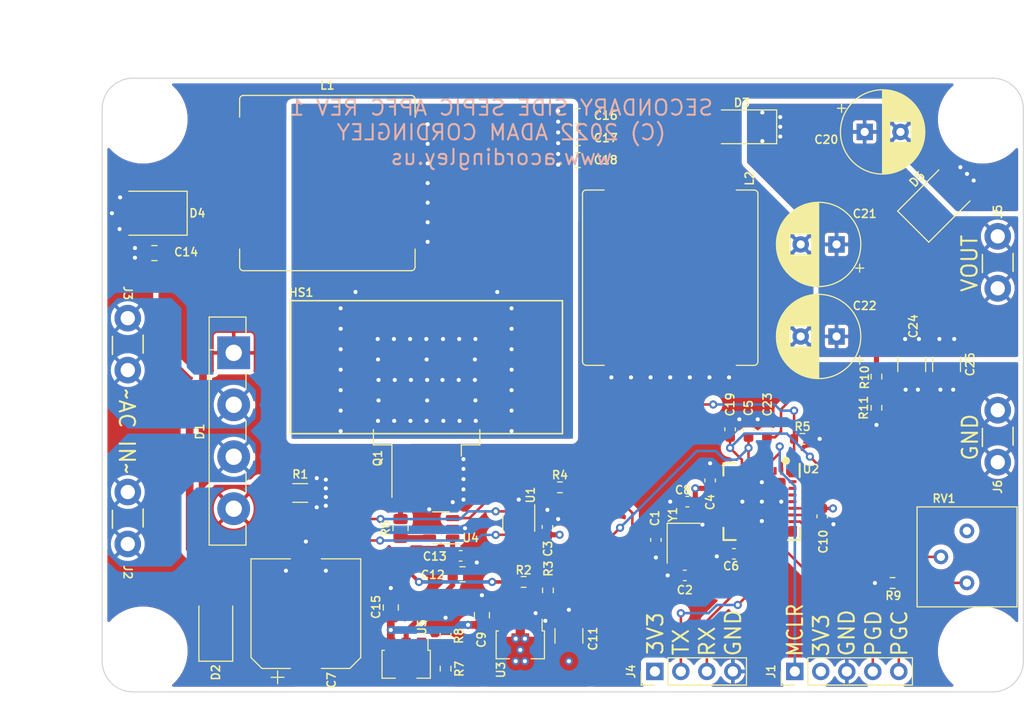
<source format=kicad_pcb>
(kicad_pcb (version 20211014) (generator pcbnew)
  (layers (0 "F.Cu" signal) (1 "In1.Cu" signal) (2 "In2.Cu" signal) (31 "B.Cu" signal) (34 "B.Paste" user) (35 "F.Paste" user) (36 "B.SilkS" user "B.Silkscreen") (37 "F.SilkS" user "F.Silkscreen") (38 "B.Mask" user) (39 "F.Mask" user) (44 "Edge.Cuts" user))
  (net 0 "")
  (net 1 "Net-(C1-Pad1)")
  (net 2 "GND")
  (net 3 "Net-(C2-Pad1)")
  (net 4 "+3.3V")
  (net 5 "/I_SHAPE")
  (net 6 "/I_SNS")
  (net 7 "/+17V")
  (net 8 "+12V")
  (net 9 "/VIN_RECT")
  (net 10 "/FLYBACK")
  (net 11 "/SW")
  (net 12 "/VOUT_SETPT")
  (net 13 "/VOUT")
  (net 14 "/VOUT_FB")
  (net 15 "/AC_IN_2")
  (net 16 "/AC_IN_1")
  (net 17 "Net-(D1-Pad4)")
  (net 18 "/MCLR")
  (net 19 "/PGD")
  (net 20 "/PGC")
  (net 21 "/UART1_TX")
  (net 22 "/UART1_RX")
  (net 23 "Net-(NT1-Pad1)")
  (net 24 "Net-(NT2-Pad1)")
  (net 25 "Net-(Q1-Pad1)")
  (net 26 "Net-(R4-Pad2)")
  (net 27 "/PWM1H")
  (net 28 "Net-(R6-Pad2)")
  (net 29 "Net-(R7-Pad2)")
  (net 30 "Net-(R9-Pad1)")
  (footprint "Capacitor_SMD:C_0603_1608Metric" (layer "F.Cu") (at 119.675 83.9)
    (fp_text reference "C8")
    (fp_text value "0.1uF")
  )
  (footprint "Capacitor_THT:CP_Radial_D8.0mm_P3.50mm" (layer "F.Cu") (at 134.25 67.75 180)
    (fp_text reference "C22")
    (fp_text value "220uF")
  )
  (footprint "Capacitor_SMD:C_0603_1608Metric" (layer "F.Cu") (at 116.6 87.6375 -90)
    (fp_text reference "C1")
    (fp_text value "18pF")
  )
  (footprint "Capacitor_SMD:C_0805_2012Metric" (layer "F.Cu") (at 108.95 50.5 180)
    (fp_text reference "C18")
    (fp_text value "0.22uF")
  )
  (footprint "Capacitor_THT:CP_Radial_D8.0mm_P3.50mm" (layer "F.Cu") (at 137 47.75)
    (fp_text reference "C20")
    (fp_text value "220uF")
  )
  (footprint "Resistor_SMD:R_0603_1608Metric" (layer "F.Cu") (at 138.15 74.725 -90)
    (fp_text reference "R11")
    (fp_text value "2k")
  )
  (footprint "Resistor_SMD:R_0603_1608Metric" (layer "F.Cu") (at 96.05 97.025 90)
    (fp_text reference "R8")
    (fp_text value "2k")
  )
  (footprint "Resistor_SMD:R_0805_2012Metric" (layer "F.Cu") (at 91.65 86.5125 -90)
    (fp_text reference "R6")
    (fp_text value "10")
  )
  (footprint "Capacitor_SMD:C_0805_2012Metric" (layer "F.Cu") (at 108.95 48.35 180)
    (fp_text reference "C17")
    (fp_text value "0.22uF")
  )
  (footprint "Capacitor_SMD:C_0603_1608Metric" (layer "F.Cu") (at 125.65 76.825 -90)
    (fp_text reference "C5")
    (fp_text value "4700pF")
  )
  (footprint "Resistor_SMD:R_0603_1608Metric" (layer "F.Cu") (at 96.05 100.225 90)
    (fp_text reference "R7")
    (fp_text value "220")
  )
  (footprint "Capacitor_SMD:C_0603_1608Metric" (layer "F.Cu") (at 127.45 76.825 -90)
    (fp_text reference "C23")
    (fp_text value "4700pF")
  )
  (footprint "Package_TO_SOT_SMD:SOT-89-3" (layer "F.Cu") (at 92.2 99.5 -90)
    (fp_text reference "U5")
    (fp_text value "LM317L_SOT-89")
  )
  (footprint "Diode_THT:Diode_Bridge_Vishay_GBU" (layer "F.Cu") (at 75.35 69.35 -90)
    (fp_text reference "D1")
    (fp_text value "GBU6B")
  )
  (footprint "Capacitor_SMD:C_0805_2012Metric" (layer "F.Cu") (at 108.95 46.2 180)
    (fp_text reference "C16")
    (fp_text value "0.22uF")
  )
  (footprint "Connector_PinHeader_2.54mm:PinHeader_1x05_P2.54mm_Vertical" (layer "F.Cu") (at 130.175 100.5 90)
    (fp_text reference "J1")
    (fp_text value "Conn_01x05")
  )
  (footprint "Capacitor_THT:CP_Radial_D8.0mm_P3.50mm" (layer "F.Cu") (at 134.25 58.75 180)
    (fp_text reference "C21")
    (fp_text value "220uF")
  )
  (footprint "Capacitor_SMD:C_0805_2012Metric" (layer "F.Cu") (at 90.7 94.25 -90)
    (fp_text reference "C15")
    (fp_text value "1uF")
  )
  (footprint "Capacitor_SMD:C_0603_1608Metric" (layer "F.Cu") (at 124.225 89)
    (fp_text reference "C6")
    (fp_text value "4700pF")
  )
  (footprint "Capacitor_SMD:C_0603_1608Metric" (layer "F.Cu") (at 97.525 89.2)
    (fp_text reference "C13")
    (fp_text value "0.1uF")
  )
  (footprint "Crystal:Crystal_SMD_EuroQuartz_MT-4Pin_3.2x2.5mm" (layer "F.Cu") (at 119.3 87.9625 -90)
    (fp_text reference "Y1")
    (fp_text value "ABM8-16.000MHZ-B2X-T")
  )
  (footprint "Capacitor_SMD:C_1210_3225Metric" (layer "F.Cu") (at 108.1 97.025 90)
    (fp_text reference "C11")
    (fp_text value "22uF")
  )
  (footprint "Package_TO_SOT_SMD:SOT-23-5" (layer "F.Cu") (at 95.6 86.4625 180)
    (fp_text reference "U4")
    (fp_text value "UCC27517")
  )
  (footprint "Capacitor_SMD:C_0603_1608Metric" (layer "F.Cu") (at 121.9 81.825 -90)
    (fp_text reference "C4")
    (fp_text value "0.1uF")
  )
  (footprint "Capacitor_SMD:C_1210_3225Metric" (layer "F.Cu") (at 141.6 70.475 -90)
    (fp_text reference "C24")
    (fp_text value "22uF")
  )
  (footprint "Capacitor_SMD:C_0805_2012Metric" (layer "F.Cu") (at 99.6 95 -90)
    (fp_text reference "C9")
    (fp_text value "1uF")
  )
  (footprint "Diode_SMD:D_SMB" (layer "F.Cu") (at 144.25 54.5 45)
    (fp_text reference "D5")
    (fp_text value "SMBJ24A")
  )
  (footprint "Repowered_NetTies:NetTie-2_SMD_Pad0.25mm" (layer "F.Cu") (at 81.6 84.725 90)
    (fp_text reference "NT1" hide)
    (fp_text value "NetTie_2")
  )
  (footprint "Repowered_Connectors:TE_Connectivity_63824-1" (layer "F.Cu") (at 150 77.5 90)
    (fp_text reference "J6")
    (fp_text value "Conn_01x01")
  )
  (footprint "Resistor_SMD:R_0603_1608Metric" (layer "F.Cu") (at 103.675 91.75)
    (fp_text reference "R2")
    (fp_text value "10k")
  )
  (footprint "Repowered_Connectors:TE_Connectivity_63824-1" (layer "F.Cu") (at 150 60.5 90)
    (fp_text reference "J5")
    (fp_text value "Conn_01x01")
  )
  (footprint "Resistor_SMD:R_0603_1608Metric" (layer "F.Cu") (at 106.05 92.575 -90)
    (fp_text reference "R3")
    (fp_text value "2k")
  )
  (footprint "Resistor_SMD:R_0603_1608Metric" (layer "F.Cu") (at 130.925 77.7625)
    (fp_text reference "R5")
    (fp_text value "4.7k")
  )
  (footprint "Repowered_Connectors:TE_Connectivity_63824-1" (layer "F.Cu") (at 65 85.5 90)
    (fp_text reference "J2")
    (fp_text value "Conn_01x01")
  )
  (footprint "Inductor_SMD:L_Bourns_SRP1770TA_16.9x16.9mm" (layer "F.Cu") (at 118 62 -90)
    (fp_text reference "L2")
    (fp_text value "68uH")
  )
  (footprint "Resistor_SMD:R_0603_1608Metric" (layer "F.Cu") (at 138.15 71.675 -90)
    (fp_text reference "R10")
    (fp_text value "10k")
  )
  (footprint "MountingHole:MountingHole_3.7mm" (layer "F.Cu") (at 66.5 98.5)
    (fp_text reference "H4" hide)
    (fp_text value "#6")
  )
  (footprint "Connector_PinHeader_2.54mm:PinHeader_1x04_P2.54mm_Vertical" (layer "F.Cu") (at 116.5 100.5 90)
    (fp_text reference "J4")
    (fp_text value "Conn_01x04")
  )
  (footprint "Heatsink:Heatsink_AAVID_573300D00010G_TO-263" (layer "F.Cu") (at 94.17 70.75)
    (fp_text reference "HS1")
    (fp_text value "573300D00010G")
  )
  (footprint "MountingHole:MountingHole_3.7mm" (layer "F.Cu") (at 66.5 46.5)
    (fp_text reference "H1" hide)
    (fp_text value "#6")
  )
  (footprint "Repowered_Connectors:TE_Connectivity_63824-1" (layer "F.Cu") (at 65 68.5 90)
    (fp_text reference "J3")
    (fp_text value "Conn_01x01")
  )
  (footprint "Repowered_Potentiometers_THT:Potentiometer_Bourns_3386P_Vertical" (layer "F.Cu") (at 146.985 86.76 180)
    (fp_text reference "RV1")
    (fp_text value "10k")
  )
  (footprint "Package_TO_SOT_SMD:TO-263-2" (layer "F.Cu") (at 94.2 75.4 90)
    (fp_text reference "Q1")
    (fp_text value "Q_NMOS_GDS")
  )
  (footprint "Diode_SMD:D_SMB" (layer "F.Cu") (at 67.25 55.7 180)
    (fp_text reference "D4")
    (fp_text value "SMBJ24A")
  )
  (footprint "Capacitor_SMD:C_0603_1608Metric" (layer "F.Cu") (at 119.425 91.1125 180)
    (fp_text reference "C2")
    (fp_text value "18pF")
  )
  (footprint "Capacitor_SMD:C_0603_1608Metric" (layer "F.Cu") (at 132.85 85.3375 90)
    (fp_text reference "C10")
    (fp_text value "0.1uF")
  )
  (footprint "Capacitor_SMD:CP_Elec_10x10.5" (layer "F.Cu") (at 82.4 94.85 90)
    (fp_text reference "C7")
    (fp_text value "220uF")
  )
  (footprint "Resistor_SMD:R_1206_3216Metric" (layer "F.Cu") (at 81.85 83.05)
    (fp_text reference "R1")
    (fp_text value "0.01")
  )
  (footprint "Diode_SMD:D_SMA" (layer "F.Cu") (at 125 47.25 180)
    (fp_text reference "D3")
    (fp_text value "CDBA540-HF")
  )
  (footprint "Inductor_SMD:L_Bourns_SRP1770TA_16.9x16.9mm" (layer "F.Cu") (at 84.5 52.75)
    (fp_text reference "L1")
    (fp_text value "68uH")
  )
  (footprint "Capacitor_SMD:C_0603_1608Metric" (layer "F.Cu") (at 123.85 76.825 -90)
    (fp_text reference "C19")
    (fp_text value "4700pF")
  )
  (footprint "MountingHole:MountingHole_3.7mm" (layer "F.Cu") (at 148.5 46.5)
    (fp_text reference "H2" hide)
    (fp_text value "#6")
  )
  (footprint "Repowered_DFN_QFN:UQFN-28-1EP_6x6mm_P0.65mm_EP4.65x4.65mm" (layer "F.Cu") (at 126.95 83.9 -90)
    (fp_text reference "U2")
    (fp_text value "DSPIC33CK64MP502T-I/2N")
  )
  (footprint "Capacitor_SMD:C_0603_1608Metric" (layer "F.Cu") (at 106 86.375 90)
    (fp_text reference "C3")
    (fp_text value "0.1uF")
  )
  (footprint "Diode_SMD:D_SMA" (layer "F.Cu") (at 73.6 96.1 90)
    (fp_text reference "D2")
    (fp_text value "S1M")
  )
  (footprint "Resistor_SMD:R_0603_1608Metric" (layer "F.Cu") (at 139.725 91.85 180)
    (fp_text reference "R9")
    (fp_text value "220")
  )
  (footprint "Repowered_NetTies:NetTie-2_SMD_Pad0.25mm" (layer "F.Cu") (at 82.35 84.725 90)
    (fp_text reference "NT2" hide)
    (fp_text value "NetTie_2")
  )
  (footprint "Capacitor_SMD:C_0805_2012Metric" (layer "F.Cu") (at 97.7 91)
    (fp_text reference "C12")
    (fp_text value "1uF")
  )
  (footprint "Package_TO_SOT_SMD:SOT-89-3" (layer "F.Cu") (at 103.35 97.6 -90)
    (fp_text reference "U3")
    (fp_text value "AZ1117-3.3")
  )
  (footprint "Package_TO_SOT_SMD:SOT-23-5" (layer "F.Cu") (at 103.2 86 -90)
    (fp_text reference "U1")
    (fp_text value "INA281A2")
  )
  (footprint "Capacitor_SMD:C_1210_3225Metric" (layer "F.Cu") (at 145 70.475 -90)
    (fp_text reference "C25")
    (fp_text value "22uF")
  )
  (footprint "Capacitor_SMD:C_0805_2012Metric" (layer "F.Cu") (at 67.6 59.6)
    (fp_text reference "C14")
    (fp_text value "0.47uF")
  )
  (footprint "MountingHole:MountingHole_3.7mm" (layer "F.Cu") (at 148.5 98.5)
    (fp_text reference "H3" hide)
    (fp_text value "#6")
  )
  (footprint "Resistor_SMD:R_0603_1608Metric" (layer "F.Cu") (at 107.225 82.5 180)
    (fp_text reference "R4")
    (fp_text value "2k")
  )
  (gr_line (start 65.5 42.5) (end 149.5 42.5) (layer "Edge.Cuts") (width 0.1))
  (gr_line (start 149.5 102.5) (end 65.5 102.5) (layer "Edge.Cuts") (width 0.1))
  (gr_arc (start 149.5 42.5) (mid 151.62132 43.37868) (end 152.5 45.5) (layer "Edge.Cuts") (width 0.1))
  (gr_arc (start 65.5 102.5) (mid 63.37868 101.62132) (end 62.5 99.5) (layer "Edge.Cuts") (width 0.1))
  (gr_line (start 62.5 99.5) (end 62.5 45.5) (layer "Edge.Cuts") (width 0.1))
  (gr_arc (start 62.5 45.5) (mid 63.37868 43.37868) (end 65.5 42.5) (layer "Edge.Cuts") (width 0.1))
  (gr_arc (start 152.5 99.5) (mid 151.62132 101.62132) (end 149.5 102.5) (layer "Edge.Cuts") (width 0.1))
  (gr_line (start 152.5 45.5) (end 152.5 99.5) (layer "Edge.Cuts") (width 0.1))
  (gr_text "SECONDARY SIDE SEPIC APFC REV 1\n(C) 2022 ADAM CORDINGLEY\nwww.acordingley.us" (at 101.5 47.8) (layer "B.SilkS") (effects (font (size 1.5 1.5) (thickness 0.2)) (justify mirror)))
  (gr_text "PGC" (at 140.4 99.15 90) (layer "F.SilkS") (effects (font (size 1.5 1.5) (thickness 0.2)) (justify left)))
  (gr_text "~AC IN~" (at 64.9 77.05 270) (layer "F.SilkS") (effects (font (size 1.5 1.5) (thickness 0.2))))
  (gr_text "GND" (at 147.3 77.6 90) (layer "F.SilkS") (effects (font (size 1.5 1.5) (thickness 0.2))))
  (gr_text "RX" (at 121.61 99.17 90) (layer "F.SilkS") (effects (font (size 1.5 1.5) (thickness 0.2)) (justify left)))
  (gr_text "VOUT" (at 147.25 60.6 90) (layer "F.SilkS") (effects (font (size 1.5 1.5) (thickness 0.2))))
  (gr_text "GND" (at 135.25 99.15 90) (layer "F.SilkS") (effects (font (size 1.5 1.5) (thickness 0.2)) (justify left)))
  (gr_text "PGD" (at 137.85 99.15 90) (layer "F.SilkS") (effects (font (size 1.5 1.5) (thickness 0.2)) (justify left)))
  (gr_text "MCLR" (at 130.2 99.15 90) (layer "F.SilkS") (effects (font (size 1.5 1.3) (thickness 0.2)) (justify left)))
  (gr_text "3V3" (at 132.75 99.15 90) (layer "F.SilkS") (effects (font (size 1.5 1.5) (thickness 0.2)) (justify left)))
  (gr_text "TX" (at 119.05 99.05 90) (layer "F.SilkS") (effects (font (size 1.5 1.5) (thickness 0.2)) (justify left)))
  (gr_text "GND" (at 124.15 99.15 90) (layer "F.SilkS") (effects (font (size 1.5 1.5) (thickness 0.2)) (justify left)))
  (gr_text "3V3" (at 116.55 99 90) (layer "F.SilkS") (effects (font (size 1.5 1.5) (thickness 0.2)) (justify left)))
  (segment (start 118.925 85.2) (end 118.4 85.725) (width 0.25) (layer "F.Cu") (net 1))
  (segment (start 123.95 85.2) (end 118.925 85.2) (width 0.25) (layer "F.Cu") (net 1))
  (segment (start 118.4 86.8625) (end 116.6 86.8625) (width 0.25) (layer "F.Cu") (net 1))
  (segment (start 118.4 85.725) (end 118.4 86.8625) (width 0.25) (layer "F.Cu") (net 1))
  (segment (start 126.3 84.55) (end 126.95 83.9) (width 0.25) (layer "F.Cu") (net 2))
  (segment (start 130.9875 85.2) (end 131.9 86.1125) (width 0.25) (layer "F.Cu") (net 2))
  (segment (start 126.3 83.25) (end 126.95 83.9) (width 0.25) (layer "F.Cu") (net 2))
  (segment (start 123.95 84.55) (end 126.3 84.55) (width 0.25) (layer "F.Cu") (net 2))
  (segment (start 129.95 85.2) (end 128.25 85.2) (width 0.25) (layer "F.Cu") (net 2))
  (segment (start 129.95 85.2) (end 130.9875 85.2) (width 0.25) (layer "F.Cu") (net 2))
  (segment (start 128.25 85.2) (end 126.95 83.9) (width 0.25) (layer "F.Cu") (net 2))
  (segment (start 123.95 83.25) (end 126.3 83.25) (width 0.25) (layer "F.Cu") (net 2))
  (segment (start 131.9 86.1125) (end 132.85 86.1125) (width 0.25) (layer "F.Cu") (net 2))
  (via (at 121.9 80.15) (size 0.8) (drill 0.4) (layers "F.Cu" "B.Cu") (net 2))
  (via (at 125.05 83.9) (size 0.8) (drill 0.4) (layers "F.Cu" "B.Cu") (net 2))
  (via (at 147.65 52.5) (size 0.8) (drill 0.4) (layers "F.Cu" "B.Cu") (net 2))
  (via (at 123.75 71.75) (size 0.8) (drill 0.4) (layers "F.Cu" "B.Cu") (net 2))
  (via (at 119.916664 71.75) (size 0.8) (drill 0.4) (layers "F.Cu" "B.Cu") (net 2))
  (via (at 105.8 95.55) (size 0.8) (drill 0.4) (layers "F.Cu" "B.Cu") (net 2))
  (via (at 144.4 72.95) (size 0.8) (drill 0.4) (layers "F.Cu" "B.Cu") (net 2))
  (via (at 99.1 89.85) (size 0.8) (drill 0.4) (layers "F.Cu" "B.Cu") (net 2))
  (via (at 141 72.95) (size 0.8) (drill 0.4) (layers "F.Cu" "B.Cu") (net 2))
  (via (at 65.7 59.1) (size 0.8) (drill 0.4) (layers "F.Cu" "B.Cu") (net 2))
  (via (at 145.65 72.95) (size 0.8) (drill 0.4) (layers "F.Cu" "B.Cu") (net 2))
  (via (at 84.35 83.45) (size 0.8) (drill 0.4) (layers "F.Cu" "B.Cu") (net 2))
  (via (at 94.45 84.65) (size 0.8) (drill 0.4) (layers "F.Cu" "B.Cu") (net 2))
  (via (at 104.85 94.8) (size 0.8) (drill 0.4) (layers "F.Cu" "B.Cu") (net 2))
  (via (at 138 91.85) (size 0.8) (drill 0.4) (layers "F.Cu" "B.Cu") (net 2))
  (via (at 121.15 86.15) (size 0.8) (drill 0.4) (layers "F.Cu" "B.Cu") (net 2))
  (via (at 96.75 83.95) (size 0.8) (drill 0.4) (layers "F.Cu" "B.Cu") (net 2))
  (via (at 64.2 57.25) (size 0.8) (drill 0.4) (layers "F.Cu" "B.Cu") (net 2))
  (via (at 128.85 83.9) (size 0.8) (drill 0.4) (layers "F.Cu" "B.Cu") (net 2))
  (via (at 108.1 94.475) (size 0.8) (drill 0.4) (layers "F.Cu" "B.Cu") (net 2))
  (via (at 80.45 90.65) (size 0.8) (drill 0.4) (layers "F.Cu" "B.Cu") (net 2))
  (via (at 116.6 89.3625) (size 0.8) (drill 0.4) (layers "F.Cu" "B.Cu") (net 2))
  (via (at 146.35 51.2) (size 0.8) (drill 0.4) (layers "F.Cu" "B.Cu") (net 2))
  (via (at 112.25 71.75) (size 0.8) (drill 0.4) (layers "F.Cu" "B.Cu") (net 2))
  (via (at 97.8 82.7) (size 0.8) (drill 0.4) (layers "F.Cu" "B.Cu") (net 2))
  (via (at 84.35 81.75) (size 0.8) (drill 0.4) (layers "F.Cu" "B.Cu") (net 2))
  (via (at 97.8 79.75) (size 0.8) (drill 0.4) (layers "F.Cu" "B.Cu") (net 2))
  (via (at 96.05 95.25) (size 0.8) (drill 0.4) (layers "F.Cu" "B.Cu") (net 2))
  (via (at 106 84.7) (size 0.8) (drill 0.4) (layers "F.Cu" "B.Cu") (net 2))
  (via (at 97.95 86.5) (size 0.8) (drill 0.4) (layers "F.Cu" "B.Cu") (net 2))
  (via (at 97.8 83.7) (size 0.8) (drill 0.4) (layers "F.Cu" "B.Cu") (net 2))
  (via (at 99.6 93.05) (size 0.8) (drill 0.4) (layers "F.Cu" "B.Cu") (net 2))
  (via (at 126.55 75.85) (size 0.8) (drill 0.4) (layers "F.Cu" "B.Cu") (net 2))
  (via (at 147 51.85) (size 0.8) (drill 0.4) (layers "F.Cu" "B.Cu") (net 2))
  (via (at 83.4625 84.45) (size 0.8) (drill 0.4) (layers "F.Cu" "B.Cu") (net 2))
  (via (at 64.25 54.15) (size 0.8) (drill 0.4) (layers "F.Cu" "B.Cu") (net 2))
  (via (at 117.75 91.1125) (size 0.8) (drill 0.4) (layers "F.Cu" "B.Cu") (net 2))
  (via (at 138.15 76.4) (size 0.8) (drill 0.4) (layers "F.Cu" "B.Cu") (net 2))
  (via (at 103.2 83.7) (size 0.8) (drill 0.4) (layers "F.Cu" "B.Cu") (net 2))
  (via (at 84.35 84.3) (size 0.8) (drill 0.4) (layers "F.Cu" "B.Cu") (net 2))
  (via (at 90.7 92.35) (size 0.8) (drill 0.4) (layers "F.Cu" "B.Cu") (net 2))
  (via (at 122.55 89.25) (size 0.8) (drill 0.4) (layers "F.Cu" "B.Cu") (net 2))
  (via (at 142.2 72.95) (size 0.8) (drill 0.4) (layers "F.Cu" "B.Cu") (net 2))
  (via (at 83.4625 81.6) (size 0.8) (drill 0.4) (layers "F.Cu" "B.Cu") (net 2))
  (via (at 97.8 80.7) (size 0.8) (drill 0.4) (layers "F.Cu" "B.Cu") (net 2))
  (via (at 65.7 60.05) (size 0.8) (drill 0.4) (layers "F.Cu" "B.Cu") (net 2))
  (via (at 126.95 85.8) (size 0.8) (drill 0.4) (layers "F.Cu" "B.Cu") (net 2))
  (via (at 84.35 90.65) (size 0.8) (drill 0.4) (layers "F.Cu" "B.Cu") (net 2))
  (via (at 84.35 82.6) (size 0.8) (drill 0.4) (layers "F.Cu" "B.Cu") (net 2))
  (via (at 124.75 75.85) (size 0.8) (drill 0.4) (layers "F.Cu" "B.Cu") (net 2))
  (via (at 97.8 81.7) (size 0.8) (drill 0.4) (layers "F.Cu" "B.Cu") (net 2))
  (via (at 82.4 87.8) (size 0.8) (drill 0.4) (layers "F.Cu" "B.Cu") (net 2))
  (via (at 116.083332 71.75) (size 0.8) (drill 0.4) (layers "F.Cu" "B.Cu") (net 2))
  (via (at 133.95 86.1125) (size 0.8) (drill 0.4) (layers "F.Cu" "B.Cu") (net 2))
  (via (at 118 83.9) (size 0.8) (drill 0.4) (layers "F.Cu" "B.Cu") (net 2))
  (via (at 121.83333 71.75) (size 0.8) (drill 0.4) (layers "F.Cu" "B.Cu") (net 2))
  (via (at 63.45 55.7) (size 0.8) (drill 0.4) (layers "F.Cu" "B.Cu") (net 2))
  (via (at 126.95 82) (size 0.8) (drill 0.4) (layers "F.Cu" "B.Cu") (net 2))
  (via (at 117.999998 71.75) (size 0.8) (drill 0.4) (layers "F.Cu" "B.Cu") (net 2))
  (via (at 132.6 77.7625) (size 0.8) (drill 0.4) (layers "F.Cu" "B.Cu") (net 2))
  (via (at 114.166666 71.75) (size 0.8) (drill 0.4) (layers "F.Cu" "B.Cu") (net 2))
  (via (at 107.05 85.6) (size 0.8) (drill 0.4) (layers "F.Cu" "B.Cu") (net 2))
  (via (at 126.95 83.9) (size 0.8) (drill 0.4) (layers "F.Cu" "B.Cu") (net 2))
  (segment (start 123.95 85.85) (end 122.95 85.85) (width 0.25) (layer "F.Cu") (net 3))
  (segment (start 122.1 86.7) (end 122.1 88.2625) (width 0.25) (layer "F.Cu") (net 3))
  (segment (start 122.95 85.85) (end 122.1 86.7) (width 0.25) (layer "F.Cu") (net 3))
  (segment (start 121.3 89.0625) (end 120.2 89.0625) (width 0.25) (layer "F.Cu") (net 3))
  (segment (start 122.1 88.2625) (end 121.3 89.0625) (width 0.25) (layer "F.Cu") (net 3))
  (segment (start 120.2 89.0625) (end 120.2 91.1125) (width 0.25) (layer "F.Cu") (net 3))
  (segment (start 129.95 84.55) (end 132.8375 84.55) (width 0.25) (layer "F.Cu") (net 4))
  (segment (start 107.1875 87.1375) (end 107.2 87.15) (width 0.5) (layer "F.Cu") (net 4))
  (segment (start 123.95 83.9) (end 120.45 83.9) (width 0.25) (layer "F.Cu") (net 4))
  (segment (start 120.45 83.9) (end 120.45 82.6) (width 0.5) (layer "F.Cu") (net 4))
  (segment (start 104.15 87.1375) (end 107.1875 87.1375) (width 0.5) (layer "F.Cu") (net 4))
  (segment (start 132.8375 84.55) (end 132.85 84.5625) (width 0.25) (layer "F.Cu") (net 4))
  (segment (start 123.95 82.6) (end 121.9 82.6) (width 0.25) (layer "F.Cu") (net 4))
  (segment (start 120.45 82.6) (end 121.9 82.6) (width 0.5) (layer "F.Cu") (net 4))
  (segment (start 132.85 84.5625) (end 133.9 84.5625) (width 0.35) (layer "F.Cu") (net 4))
  (via (at 103.8 99.5) (size 0.8) (drill 0.4) (layers "F.Cu" "B.Cu") (net 4))
  (via (at 120.45 82.6) (size 0.8) (drill 0.4) (layers "F.Cu" "B.Cu") (net 4))
  (via (at 103.35 98.4) (size 0.8) (drill 0.4) (layers "F.Cu" "B.Cu") (net 4))
  (via (at 108.1 99.5) (size 0.8) (drill 0.4) (layers "F.Cu" "B.Cu") (net 4))
  (via (at 102.9 97.3) (size 0.8) (drill 0.4) (layers "F.Cu" "B.Cu") (net 4))
  (via (at 103.8 97.3) (size 0.8) (drill 0.4) (layers "F.Cu" "B.Cu") (net 4))
  (via (at 102.9 99.5) (size 0.8) (drill 0.4) (layers "F.Cu" "B.Cu") (net 4))
  (via (at 107.1875 87.1375) (size 0.8) (drill 0.4) (layers "F.Cu" "B.Cu") (net 4))
  (via (at 133.9 84.5625) (size 0.8) (drill 0.4) (layers "F.Cu" "B.Cu") (net 4))
  (segment (start 125.65 78.65) (end 125.65 77.6) (width 0.25) (layer "F.Cu") (net 5))
  (segment (start 106.05 91.75) (end 104.5 91.75) (width 0.25) (layer "F.Cu") (net 5))
  (segment (start 107.8 91.75) (end 106.05 91.75) (width 0.25) (layer "F.Cu") (net 5))
  (segment (start 125.65 80.9) (end 125.65 78.65) (width 0.25) (layer "F.Cu") (net 5))
  (segment (start 113.1 86.45) (end 107.8 91.75) (width 0.25) (layer "F.Cu") (net 5))
  (via (at 113.1 86.45) (size 0.8) (drill 0.4) (layers "F.Cu" "B.Cu") (net 5))
  (via (at 125.65 78.65) (size 0.8) (drill 0.4) (layers "F.Cu" "B.Cu") (net 5))
  (segment (start 124.5 79.8) (end 125.65 78.65) (width 0.25) (layer "B.Cu") (net 5))
  (segment (start 123.3 79.8) (end 124.5 79.8) (width 0.25) (layer "B.Cu") (net 5))
  (segment (start 113.1 86.45) (end 120.6 78.95) (width 0.25) (layer "B.Cu") (net 5))
  (segment (start 122.45 78.95) (end 123.3 79.8) (width 0.25) (layer "B.Cu") (net 5))
  (segment (start 120.6 78.95) (end 122.45 78.95) (width 0.25) (layer "B.Cu") (net 5))
  (segment (start 114.3 90.9) (end 114.3 85) (width 0.25) (layer "F.Cu") (net 6))
  (segment (start 125 89) (end 125 90.35) (width 0.25) (layer "F.Cu") (net 6))
  (segment (start 125 86.9) (end 125 89) (width 0.25) (layer "F.Cu") (net 6))
  (segment (start 125 90.35) (end 122.55 92.8) (width 0.25) (layer "F.Cu") (net 6))
  (segment (start 111.8 82.5) (end 108.05 82.5) (width 0.25) (layer "F.Cu") (net 6))
  (segment (start 122.55 92.8) (end 116.2 92.8) (width 0.25) (layer "F.Cu") (net 6))
  (segment (start 116.2 92.8) (end 114.3 90.9) (width 0.25) (layer "F.Cu") (net 6))
  (segment (start 114.3 85) (end 111.8 82.5) (width 0.25) (layer "F.Cu") (net 6))
  (segment (start 90.7 97.85) (end 90.7 96.45) (width 0.75) (layer "F.Cu") (net 7))
  (segment (start 87.5 97.85) (end 90.7 97.85) (width 0.75) (layer "F.Cu") (net 7))
  (segment (start 73.6 98.1) (end 76.95 98.1) (width 0.75) (layer "F.Cu") (net 7))
  (segment (start 90.7 96.45) (end 90.7 95.2) (width 0.75) (layer "F.Cu") (net 7))
  (segment (start 77.9 99.05) (end 82.4 99.05) (width 0.75) (layer "F.Cu") (net 7))
  (segment (start 76.95 98.1) (end 77.9 99.05) (width 0.75) (layer "F.Cu") (net 7))
  (segment (start 86.3 99.05) (end 87.5 97.85) (width 0.75) (layer "F.Cu") (net 7))
  (segment (start 98.25 95.95) (end 101.85 95.95) (width 0.75) (layer "F.Cu") (net 7))
  (segment (start 82.4 99.05) (end 86.3 99.05) (width 0.75) (layer "F.Cu") (net 7))
  (via (at 98.25 95.95) (size 0.8) (drill 0.4) (layers "F.Cu" "B.Cu") (net 7))
  (via (at 90.7 96.45) (size 0.8) (drill 0.4) (layers "F.Cu" "B.Cu") (net 7))
  (segment (start 97.55 95.95) (end 97.05 96.45) (width 0.75) (layer "B.Cu") (net 7))
  (segment (start 98.25 95.95) (end 97.55 95.95) (width 0.75) (layer "B.Cu") (net 7))
  (segment (start 97.05 96.45) (end 90.7 96.45) (width 0.75) (layer "B.Cu") (net 7))
  (segment (start 92.2 97.9375) (end 92.2 96.6) (width 0.5) (layer "F.Cu") (net 8))
  (segment (start 92.2 101.05) (end 92.2 97.9375) (width 0.5) (layer "F.Cu") (net 8))
  (segment (start 96.05 101.05) (end 92.2 101.05) (width 0.5) (layer "F.Cu") (net 8))
  (segment (start 96.7375 92.0625) (end 96.7375 87.4125) (width 0.5) (layer "F.Cu") (net 8))
  (segment (start 92.2 96.6) (end 96.7375 92.0625) (width 0.5) (layer "F.Cu") (net 8))
  (segment (start 73.6 94.1) (end 85.15 94.1) (width 0.35) (layer "F.Cu") (net 9))
  (segment (start 71.05 88.5) (end 71.05 73.45) (width 0.75) (layer "F.Cu") (net 9))
  (segment (start 92.25 90.55) (end 93.45 91.75) (width 0.35) (layer "F.Cu") (net 9))
  (segment (start 85.15 94.1) (end 88.7 90.55) (width 0.35) (layer "F.Cu") (net 9))
  (segment (start 100.6 91.75) (end 102.85 91.75) (width 0.35) (layer "F.Cu") (net 9))
  (segment (start 71.05 73.45) (end 72.35 72.15) (width 0.75) (layer "F.Cu") (net 9))
  (segment (start 72.35 72.15) (end 72.35 70.45) (width 0.75) (layer "F.Cu") (net 9))
  (segment (start 88.7 90.55) (end 92.25 90.55) (width 0.35) (layer "F.Cu") (net 9))
  (segment (start 73.6 91.05) (end 71.05 88.5) (width 0.75) (layer "F.Cu") (net 9))
  (segment (start 73.6 94.1) (end 73.6 91.05) (width 0.75) (layer "F.Cu") (net 9))
  (via (at 100.6 91.75) (size 0.8) (drill 0.4) (layers "F.Cu" "B.Cu") (net 9))
  (via (at 93.45 91.75) (size 0.8) (drill 0.4) (layers "F.Cu" "B.Cu") (net 9))
  (segment (start 93.45 91.75) (end 100.6 91.75) (width 0.35) (layer "B.Cu") (net 9))
  (via (at 102.5 67) (size 0.8) (drill 0.4) (layers "F.Cu" "B.Cu") (net 11))
  (via (at 95.75 72) (size 0.8) (drill 0.4) (layers "F.Cu" "B.Cu") (net 11))
  (via (at 101.1 63.4) (size 0.8) (drill 0.4) (layers "F.Cu" "B.Cu") (net 11))
  (via (at 107.05 50.95) (size 0.8) (drill 0.4) (layers "F.Cu" "B.Cu") (net 11))
  (via (at 94.3 50.833334) (size 0.8) (drill 0.4) (layers "F.Cu" "B.Cu") (net 11))
  (via (at 94.3 58.499998) (size 0.8) (drill 0.4) (layers "F.Cu" "B.Cu") (net 11))
  (via (at 94.2 76) (size 0.8) (drill 0.4) (layers "F.Cu" "B.Cu") (net 11))
  (via (at 95.83 76) (size 0.8) (drill 0.4) (layers "F.Cu" "B.Cu") (net 11))
  (via (at 107.05 47.8) (size 0.8) (drill 0.4) (layers "F.Cu" "B.Cu") (net 11))
  (via (at 102.5 69) (size 0.8) (drill 0.4) (layers "F.Cu" "B.Cu") (net 11))
  (via (at 98.996666 76) (size 0.8) (drill 0.4) (layers "F.Cu" "B.Cu") (net 11))
  (via (at 89.45 76) (size 0.8) (drill 0.4) (layers "F.Cu" "B.Cu") (net 11))
  (via (at 98.966666 74) (size 0.8) (drill 0.4) (layers "F.Cu" "B.Cu") (net 11))
  (via (at 102.5 71) (size 0.8) (drill 0.4) (layers "F.Cu" "B.Cu") (net 11))
  (via (at 107.05 46.75) (size 0.8) (drill 0.4) (layers "F.Cu" "B.Cu") (net 11))
  (via (at 94.3 54.666666) (size 0.8) (drill 0.4) (layers "F.Cu" "B.Cu") (net 11))
  (via (at 107.05 48.85) (size 0.8) (drill 0.4) (layers "F.Cu" "B.Cu") (net 11))
  (via (at 102.5 73) (size 0.8) (drill 0.4) (layers "F.Cu" "B.Cu") (net 11))
  (via (at 87.25 63.4) (size 0.8) (drill 0.4) (layers "F.Cu" "B.Cu") (net 11))
  (via (at 107.05 49.9) (size 0.8) (drill 0.4) (layers "F.Cu" "B.Cu") (net 11))
  (via (at 107.05 45.7) (size 0.8) (drill 0.4) (layers "F.Cu" "B.Cu") (net 11))
  (via (at 102.5 65) (size 0.8) (drill 0.4) (layers "F.Cu" "B.Cu") (net 11))
  (via (at 91.033333 76) (size 0.8) (drill 0.4) (layers "F.Cu" "B.Cu") (net 11))
  (via (at 85.8 67) (size 0.8) (drill 0.4) (layers "F.Cu" "B.Cu") (net 11))
  (via (at 94.3 52.75) (size 0.8) (drill 0.4) (layers "F.Cu" "B.Cu") (net 11))
  (via (at 94.2 70) (size 0.8) (drill 0.4) (layers "F.Cu" "B.Cu") (net 11))
  (via (at 97.383333 68) (size 0.8) (drill 0.4) (layers "F.Cu" "B.Cu") (net 11))
  (via (at 94.3 48.916668) (size 0.8) (drill 0.4) (layers "F.Cu" "B.Cu") (net 11))
  (via (at 89.45 70) (size 0.8) (drill 0.4) (layers "F.Cu" "B.Cu") (net 11))
  (via (at 92.586666 68) (size 0.8) (drill 0.4) (layers "F.Cu" "B.Cu") (net 11))
  (via (at 85.8 75) (size 0.8) (drill 0.4) (layers "F.Cu" "B.Cu") (net 11))
  (via (at 98.916666 70) (size 0.8) (drill 0.4) (layers "F.Cu" "B.Cu") (net 11))
  (via (at 102.5 75) (size 0.8) (drill 0.4) (layers "F.Cu" "B.Cu") (net 11))
  (via (at 102.5 77) (size 0.8) (drill 0.4) (layers "F.Cu" "B.Cu") (net 11))
  (via (at 92.666666 72) (size 0.8) (drill 0.4) (layers "F.Cu" "B.Cu") (net 11))
  (via (at 94.17 68) (size 0.8) (drill 0.4) (layers "F.Cu" "B.Cu") (net 11))
  (via (at 94.3 56.583332) (size 0.8) (drill 0.4) (layers "F.Cu" "B.Cu") (net 11))
  (via (at 89.5 74) (size 0.8) (drill 0.4) (layers "F.Cu" "B.Cu") (net 11))
  (via (at 85.8 69) (size 0.8) (drill 0.4) (layers "F.Cu" "B.Cu") (net 11))
  (via (at 97.413333 76) (size 0.8) (drill 0.4) (layers "F.Cu" "B.Cu") (net 11))
  (via (at 92.616666 76) (size 0.8) (drill 0.4) (layers "F.Cu" "B.Cu") (net 11))
  (via (at 85.8 77) (size 0.8) (drill 0.4) (layers "F.Cu" "B.Cu") (net 11))
  (via (at 94.25 72) (size 0.8) (drill 0.4) (layers "F.Cu" "B.Cu") (net 11))
  (via (at 85.8 65) (size 0.8) (drill 0.4) (layers "F.Cu" "B.Cu") (net 11))
  (via (at 98.916666 72) (size 0.8) (drill 0.4) (layers "F.Cu" "B.Cu") (net 11))
  (via (at 95.8 68) (size 0.8) (drill 0.4) (layers "F.Cu" "B.Cu") (net 11))
  (via (at 89.5 72) (size 0.8) (drill 0.4) (layers "F.Cu" "B.Cu") (net 11))
  (via (at 91.083333 72) (size 0.8) (drill 0.4) (layers "F.Cu" "B.Cu") (net 11))
  (via (at 97.333333 72) (size 0.8) (drill 0.4) (layers "F.Cu" "B.Cu") (net 11))
  (via (at 91.003333 68) (size 0.8) (drill 0.4) (layers "F.Cu" "B.Cu") (net 11))
  (via (at 98.966666 68) (size 0.8) (drill 0.4) (layers "F.Cu" "B.Cu") (net 11))
  (via (at 85.8 71) (size 0.8) (drill 0.4) (layers "F.Cu" "B.Cu") (net 11))
  (via (at 89.42 68) (size 0.8) (drill 0.4) (layers "F.Cu" "B.Cu") (net 11))
  (via (at 85.8 73) (size 0.8) (drill 0.4) (layers "F.Cu" "B.Cu") (net 11))
  (via (at 94.3 46.999998) (size 0.8) (drill 0.4) (layers "F.Cu" "B.Cu") (net 11))
  (via (at 94.25 74) (size 0.8) (drill 0.4) (layers "F.Cu" "B.Cu") (net 11))
  (segment (start 125 79.8) (end 123.85 78.65) (width 0.25) (layer "F.Cu") (net 12))
  (segment (start 123.85 78.65) (end 123.85 77.6) (width 0.25) (layer "F.Cu") (net 12))
  (segment (start 131.65 79.5) (end 141.45 89.3) (width 0.25) (layer "F.Cu") (net 12))
  (segment (start 141.45 89.3) (end 144.445 89.3) (width 0.25) (layer "F.Cu") (net 12))
  (segment (start 125 80.9) (end 125 79.8) (width 0.25) (layer "F.Cu") (net 12))
  (via (at 131.65 79.5) (size 0.8) (drill 0.4) (layers "F.Cu" "B.Cu") (net 12))
  (via (at 123.85 78.65) (size 0.8) (drill 0.4) (layers "F.Cu" "B.Cu") (net 12))
  (segment (start 123.85 78.65) (end 125.25 77.25) (width 0.25) (layer "B.Cu") (net 12))
  (segment (start 125.25 77.25) (end 129.4 77.25) (width 0.25) (layer "B.Cu") (net 12))
  (segment (start 129.4 77.25) (end 131.65 79.5) (width 0.25) (layer "B.Cu") (net 12))
  (segment (start 138.15 70.85) (end 138.15 69.4) (width 0.5) (layer "F.Cu") (net 13))
  (via (at 128.75 46.3) (size 0.8) (drill 0.4) (layers "F.Cu" "B.Cu") (net 13))
  (via (at 127 45.85) (size 0.8) (drill 0.4) (layers "F.Cu" "B.Cu") (net 13))
  (via (at 128.75 48.2) (size 0.8) (drill 0.4) (layers "F.Cu" "B.Cu") (net 13))
  (via (at 145.75 68) (size 0.8) (drill 0.4) (layers "F.Cu" "B.Cu") (net 13))
  (via (at 127 48.65) (size 0.8) (drill 0.4) (layers "F.Cu" "B.Cu") (net 13))
  (via (at 144.3 68) (size 0.8) (drill 0.4) (layers "F.Cu" "B.Cu") (net 13))
  (via (at 142.3 68) (size 0.8) (drill 0.4) (layers "F.Cu" "B.Cu") (net 13))
  (via (at 140.95 68) (size 0.8) (drill 0.4) (layers "F.Cu" "B.Cu") (net 13))
  (via (at 128.75 47.25) (size 0.8) (drill 0.4) (layers "F.Cu" "B.Cu") (net 13))
  (segment (start 138.15 73.9) (end 138.15 72.5) (width 0.25) (layer "F.Cu") (net 14))
  (segment (start 128.25 77.6) (end 128.825 77.025) (width 0.25) (layer "F.Cu") (net 14))
  (segment (start 126.95 80.9) (end 126.95 79.8) (width 0.25) (layer "F.Cu") (net 14))
  (segment (start 126.95 79.8) (end 127.45 79.3) (width 0.25) (layer "F.Cu") (net 14))
  (segment (start 129.8 73.9) (end 131.95 73.9) (width 0.25) (layer "F.Cu") (net 14))
  (segment (start 127.45 77.6) (end 128.25 77.6) (width 0.25) (layer "F.Cu") (net 14))
  (segment (start 128.825 74.875) (end 129.8 73.9) (width 0.25) (layer "F.Cu") (net 14))
  (segment (start 131.95 73.9) (end 138.15 73.9) (width 0.25) (layer "F.Cu") (net 14))
  (segment (start 127.45 78.6) (end 127.45 77.6) (width 0.25) (layer "F.Cu") (net 14))
  (segment (start 127.45 79.3) (end 127.45 78.6) (width 0.25) (layer "F.Cu") (net 14))
  (segment (start 128.825 77.025) (end 128.825 74.875) (width 0.25) (layer "F.Cu") (net 14))
  (segment (start 81.3 83.05) (end 80.3875 83.05) (width 0.25) (layer "F.Cu") (net 17))
  (segment (start 81.6 84.35) (end 81.6 83.35) (width 0.25) (layer "F.Cu") (net 17))
  (segment (start 81.6 83.35) (end 81.3 83.05) (width 0.25) (layer "F.Cu") (net 17))
  (segment (start 128.7 78.5) (end 128.7 79.13125) (width 0.25) (layer "F.Cu") (net 18))
  (segment (start 128.7 79.13125) (end 127.6 80.23125) (width 0.25) (layer "F.Cu") (net 18))
  (segment (start 127.6 80.23125) (end 127.6 80.9) (width 0.25) (layer "F.Cu") (net 18))
  (via (at 128.7 78.5) (size 0.8) (drill 0.4) (layers "F.Cu" "B.Cu") (net 18))
  (segment (start 128.7 78.5) (end 128.7 80.9) (width 0.25) (layer "B.Cu") (net 18))
  (segment (start 128.7 80.9) (end 130.175 82.375) (width 0.25) (layer "B.Cu") (net 18))
  (segment (start 130.175 82.375) (end 130.175 100.5) (width 0.25) (layer "B.Cu") (net 18))
  (segment (start 128.9 86.9) (end 128.9 88.3) (width 0.25) (layer "F.Cu") (net 19))
  (segment (start 137.795 97.195) (end 137.795 100.5) (width 0.25) (layer "F.Cu") (net 19))
  (segment (start 128.9 88.3) (end 137.795 97.195) (width 0.25) (layer "F.Cu") (net 19))
  (segment (start 131.25 86.4125) (end 131.25 89) (width 0.25) (layer "F.Cu") (net 20))
  (segment (start 130.6875 85.85) (end 131.25 86.4125) (width 0.25) (layer "F.Cu") (net 20))
  (segment (start 140.335 98.085) (end 140.335 100.5) (width 0.25) (layer "F.Cu") (net 20))
  (segment (start 131.25 89) (end 140.335 98.085) (width 0.25) (layer "F.Cu") (net 20))
  (segment (start 129.95 85.85) (end 130.6875 85.85) (width 0.25) (layer "F.Cu") (net 20))
  (segment (start 124.6 94) (end 126.95 91.65) (width 0.25) (layer "F.Cu") (net 21))
  (segment (start 126.95 91.65) (end 126.95 86.9) (width 0.25) (layer "F.Cu") (net 21))
  (segment (start 119.04 100.5) (end 119.04 94.81) (width 0.25) (layer "F.Cu") (net 21))
  (segment (start 119.04 94.81) (end 119.05 94.8) (width 0.25) (layer "F.Cu") (net 21))
  (via (at 119.04 94.81) (size 0.8) (drill 0.4) (layers "F.Cu" "B.Cu") (net 21))
  (via (at 124.6 94) (size 0.8) (drill 0.4) (layers "F.Cu" "B.Cu") (net 21))
  (segment (start 121.75 94.8) (end 119.05 94.8) (width 0.25) (layer "B.Cu") (net 21))
  (segment (start 124.6 94) (end 122.55 94) (width 0.25) (layer "B.Cu") (net 21))
  (segment (start 119.05 94.8) (end 119.04 94.81) (width 0.25) (layer "B.Cu") (net 21))
  (segment (start 122.55 94) (end 121.75 94.8) (width 0.25) (layer "B.Cu") (net 21))
  (segment (start 126.3 86.9) (end 126.3 90.85) (width 0.25) (layer "F.Cu") (net 22))
  (segment (start 121.58 95.57) (end 121.58 100.5) (width 0.25) (layer "F.Cu") (net 22))
  (segment (start 126.3 90.85) (end 121.58 95.57) (width 0.25) (layer "F.Cu") (net 22))
  (segment (start 102.25 87.1375) (end 100.9625 87.1375) (width 0.25) (layer "F.Cu") (net 23))
  (segment (start 81.6 86.05) (end 81.6 85.1) (width 0.25) (layer "F.Cu") (net 23))
  (segment (start 89.65 87.7) (end 86.85 87.7) (width 0.25) (layer "F.Cu") (net 23))
  (segment (start 86.85 87.7) (end 85.9 86.75) (width 0.25) (layer "F.Cu") (net 23))
  (segment (start 100.9625 87.1375) (end 100.95 87.15) (width 0.25) (layer "F.Cu") (net 23))
  (segment (start 85.9 86.75) (end 82.3 86.75) (width 0.25) (layer "F.Cu") (net 23))
  (segment (start 82.3 86.75) (end 81.6 86.05) (width 0.25) (layer "F.Cu") (net 23))
  (via (at 89.65 87.7) (size 0.8) (drill 0.4) (layers "F.Cu" "B.Cu") (net 23))
  (via (at 100.95 87.15) (size 0.8) (drill 0.4) (layers "F.Cu" "B.Cu") (net 23))
  (segment (start 99.6 87.15) (end 99.05 87.7) (width 0.25) (layer "B.Cu") (net 23))
  (segment (start 100.95 87.15) (end 99.6 87.15) (width 0.25) (layer "B.Cu") (net 23))
  (segment (start 99.05 87.7) (end 89.65 87.7) (width 0.25) (layer "B.Cu") (net 23))
  (segment (start 89.7 85.6) (end 86.25 85.6) (width 0.25) (layer "F.Cu") (net 24))
  (segment (start 82.35 85.625) (end 82.35 85.1) (width 0.25) (layer "F.Cu") (net 24))
  (segment (start 85.85 86) (end 82.725 86) (width 0.25) (layer "F.Cu") (net 24))
  (segment (start 100.95 84.85) (end 102.2375 84.85) (width 0.25) (layer "F.Cu") (net 24))
  (segment (start 102.2375 84.85) (end 102.25 84.8625) (width 0.25) (layer "F.Cu") (net 24))
  (segment (start 86.25 85.6) (end 85.85 86) (width 0.25) (layer "F.Cu") (net 24))
  (segment (start 82.725 86) (end 82.35 85.625) (width 0.25) (layer "F.Cu") (net 24))
  (via (at 89.7 85.6) (size 0.8) (drill 0.4) (layers "F.Cu" "B.Cu") (net 24))
  (via (at 100.95 84.85) (size 0.8) (drill 0.4) (layers "F.Cu" "B.Cu") (net 24))
  (segment (start 97.5 85.6) (end 98.25 84.85) (width 0.25) (layer "B.Cu") (net 24))
  (segment (start 89.7 85.6) (end 97.5 85.6) (width 0.25) (layer "B.Cu") (net 24))
  (segment (start 98.25 84.85) (end 100.95 84.85) (width 0.25) (layer "B.Cu") (net 24))
  (segment (start 91.65 85.6) (end 91.65 81.185) (width 0.5) (layer "F.Cu") (net 25))
  (segment (start 91.65 81.185) (end 91.66 81.175) (width 0.5) (layer "F.Cu") (net 25))
  (segment (start 105.35 82.5) (end 104.15 83.7) (width 0.25) (layer "F.Cu") (net 26))
  (segment (start 104.15 83.7) (end 104.15 84.8625) (width 0.25) (layer "F.Cu") (net 26))
  (segment (start 106.4 82.5) (end 105.35 82.5) (width 0.25) (layer "F.Cu") (net 26))
  (segment (start 128.9 80.15) (end 130.1 78.95) (width 0.25) (layer "F.Cu") (net 27))
  (segment (start 103.8 80.1) (end 109.85 80.1) (width 0.25) (layer "F.Cu") (net 27))
  (segment (start 96.7375 85.5125) (end 98.3875 85.5125) (width 0.25) (layer "F.Cu") (net 27))
  (segment (start 109.85 80.1) (end 115.55 74.4) (width 0.25) (layer "F.Cu") (net 27))
  (segment (start 128.9 80.9) (end 128.9 80.15) (width 0.25) (layer "F.Cu") (net 27))
  (segment (start 130.1 77.7625) (end 130.1 75) (width 0.25) (layer "F.Cu") (net 27))
  (segment (start 115.55 74.4) (end 122.2 74.4) (width 0.25) (layer "F.Cu") (net 27))
  (segment (start 98.3875 85.5125) (end 103.8 80.1) (width 0.25) (layer "F.Cu") (net 27))
  (segment (start 130.1 78.95) (end 130.1 77.7625) (width 0.25) (layer "F.Cu") (net 27))
  (via (at 130.1 75) (size 0.8) (drill 0.4) (layers "F.Cu" "B.Cu") (net 27))
  (via (at 122.2 74.4) (size 0.8) (drill 0.4) (layers "F.Cu" "B.Cu") (net 27))
  (segment (start 128.2 74.4) (end 122.2 74.4) (width 0.25) (layer "B.Cu") (net 27))
  (segment (start 130.1 75) (end 128.8 75) (width 0.25) (layer "B.Cu") (net 27))
  (segment (start 128.8 75) (end 128.2 74.4) (width 0.25) (layer "B.Cu") (net 27))
  (segment (start 91.6625 87.4125) (end 91.65 87.425) (width 0.5) (layer "F.Cu") (net 28))
  (segment (start 94.4625 87.4125) (end 91.6625 87.4125) (width 0.5) (layer "F.Cu") (net 28))
  (segment (start 96.05 97.85) (end 96.05 99.4) (width 0.35) (layer "F.Cu") (net 29))
  (segment (start 93.7 97.85) (end 96.05 97.85) (width 0.35) (layer "F.Cu") (net 29))
  (segment (start 140.55 91.85) (end 140.56 91.84) (width 0.25) (layer "F.Cu") (net 30))
  (segment (start 140.56 91.84) (end 146.985 91.84) (width 0.25) (layer "F.Cu") (net 30))
  (zone (net 10) (net_name "/FLYBACK") (layer "F.Cu") (priority 2) (connect_pads thru_hole_only (clearance 0.508)) (min_thickness 0.254) (fill yes (thermal_gap 0.35) (thermal_bridge_width 0.35))
    (polygon (pts (xy 124.25 45.05) (xy 124.25 56.05) (xy 109.5 56.05) (xy 109.5 45.05)))
  )
  (zone (net 4) (net_name "+3.3V") (layer "F.Cu") (priority 2) (connect_pads thru_hole_only (clearance 0.508)) (min_thickness 0.254) (fill yes (thermal_gap 0.35) (thermal_bridge_width 0.35))
    (polygon (pts (xy 110 102) (xy 100 102) (xy 100 97) (xy 110 97)))
  )
  (zone (net 2) (net_name "GND") (layers "F.Cu" "In1.Cu" "In2.Cu" "B.Cu") (connect_pads thru_hole_only (clearance 0.508)) (min_thickness 0.254) (fill yes (thermal_gap 0.35) (thermal_bridge_width 0.35))
    (polygon (pts (xy 152 102) (xy 63 102) (xy 63 43) (xy 152 43)))
  )
  (zone (net 13) (net_name "/VOUT") (layers F&B.Cu) (priority 2) (connect_pads thru_hole_only (clearance 0.508)) (min_thickness 0.254) (fill yes (thermal_gap 0.35) (thermal_bridge_width 0.35))
    (polygon (pts (xy 138.75 49) (xy 145.75 56) (xy 152 56) (xy 152 69.75) (xy 132.5 69.75) (xy 132.5 57.75) (xy 125.5 50.75) (xy 125.5 45) (xy 138.75 45)))
  )
  (zone (net 11) (net_name "/SW") (layers "F.Cu" "In1.Cu" "In2.Cu" "B.Cu") (priority 2) (connect_pads thru_hole_only (clearance 0.508)) (min_thickness 0.254) (fill yes (thermal_gap 0.35) (thermal_bridge_width 0.35))
    (polygon (pts (xy 108.5 77.75) (xy 81 77.75) (xy 81 45) (xy 108.5 45)))
  )
  (zone (net 17) (net_name "Net-(D1-Pad4)") (layer "F.Cu") (priority 2) (connect_pads thru_hole_only (clearance 0.508)) (min_thickness 0.254) (fill yes (thermal_gap 0.35) (thermal_bridge_width 0.35))
    (polygon (pts (xy 81 84.5) (xy 78.25 87.25) (xy 73.5 87.25) (xy 72.75 86.5) (xy 72.75 83) (xy 73.5 82.25) (xy 77.25 82.25) (xy 77.75 81.75) (xy 81 81.75)))
  )
  (zone (net 9) (net_name "/VIN_RECT") (layer "F.Cu") (priority 1) (connect_pads thru_hole_only (clearance 0.508)) (min_thickness 0.254) (fill yes (thermal_gap 0.35) (thermal_bridge_width 0.35))
    (polygon (pts (xy 79.75 46.5) (xy 79.75 70) (xy 78.5 71.25) (xy 71.5 71.25) (xy 68 67.75) (xy 68 52.75) (xy 75 45.75) (xy 79 45.75)))
  )
  (zone (net 16) (net_name "/AC_IN_1") (layers "In2.Cu" "B.Cu") (priority 2) (connect_pads (clearance 0.508)) (min_thickness 0.254) (fill yes (thermal_gap 0.35) (thermal_bridge_width 0.35))
    (polygon (pts (xy 77.5 78.25) (xy 77.5 81) (xy 76.5 82) (xy 71.5 82) (xy 70.25 83.25) (xy 70.25 89.25) (xy 69.25 90.25) (xy 64.25 90.25) (xy 63 89) (xy 63 79.25) (xy 65 77.25) (xy 76.5 77.25)))
  )
  (zone (net 15) (net_name "/AC_IN_2") (layers "In2.Cu" "B.Cu") (priority 2) (connect_pads (clearance 0.508)) (min_thickness 0.254) (fill yes (thermal_gap 0.35) (thermal_bridge_width 0.35))
    (polygon (pts (xy 70.25 65) (xy 70.25 71) (xy 71.25 72) (xy 76.5 72) (xy 77.5 73) (xy 77.5 75.75) (xy 76.5 76.75) (xy 65 76.75) (xy 63 74.75) (xy 63 65) (xy 64 64) (xy 69.25 64)))
  )
)
</source>
